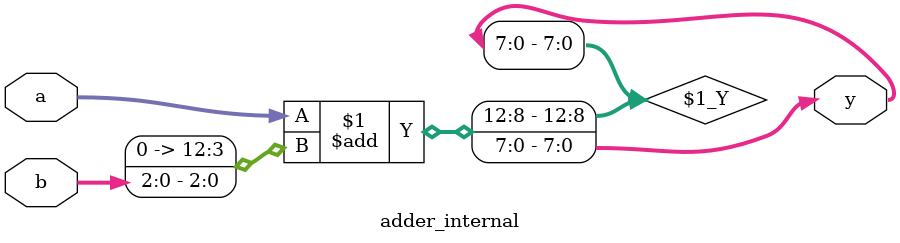
<source format=v>
`timescale 1ns / 1ps
module adder_internal(
input [7:0]a,
input [2:0]b,
output [7:0]y
    );
assign y=a+({{5{2'b0}},b});

endmodule


</source>
